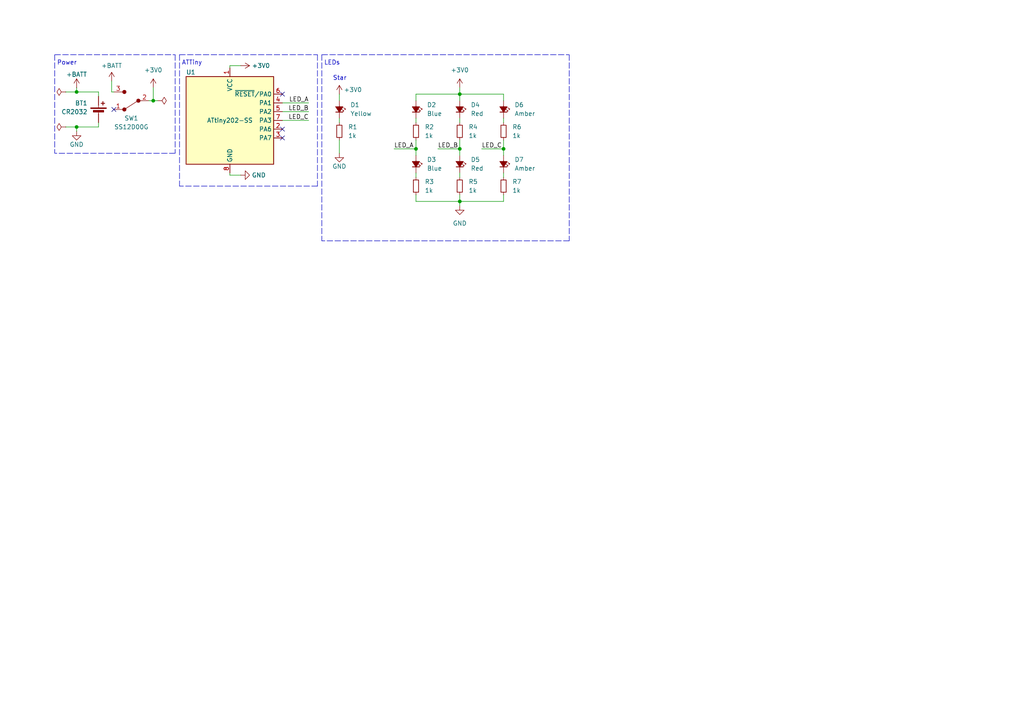
<source format=kicad_sch>
(kicad_sch (version 20231120) (generator "eeschema") (generator_version "8.0")
  (paper "A4")
  (title_block (title "Christmas Tree PCB") (date "2024-12-23") (company "Damien LaRocque") (comment 4 "Christmas Tree PCB Project - AtTiny"))
  (lib_symbols
    (symbol "Device:LED_Small_Filled" (pin_numbers hide) (pin_names (offset 0.254) hide)
      (property "Reference" "D" (at -1.27 3.175 0))
      (property "Value" "LED_Small_Filled" (at -4.445 -2.54 0))
      (symbol "LED_Small_Filled_0_1"
        (polyline (pts (xy -0.762 -1.016) (xy -0.762 1.016)) (stroke (width 0.254)))
        (polyline (pts (xy 1.016 0) (xy -0.762 0)))
        (polyline (pts (xy 0.762 -1.016) (xy -0.762 0) (xy 0.762 1.016) (xy 0.762 -1.016)) (stroke (width 0.254)) (fill (type outline)))
        (polyline (pts (xy 0 0.762) (xy -0.508 1.27) (xy -0.254 1.27) (xy -0.508 1.27) (xy -0.508 1.016)))
        (polyline (pts (xy 0.508 1.27) (xy 0 1.778) (xy 0.254 1.778) (xy 0 1.778) (xy 0 1.524)))
      )
      (symbol "LED_Small_Filled_1_1"
        (pin passive line (at -2.54 0 0) (length 1.778) (name "K") (number "1"))
        (pin passive line (at 2.54 0 180) (length 1.778) (name "A") (number "2"))
      )
    )
    (symbol "Device:R_Small" (pin_numbers hide) (pin_names (offset 0.254) hide)
      (property "Reference" "R" (at 0.762 0.508 0))
      (property "Value" "R_Small" (at 0.762 -1.016 0))
      (symbol "R_Small_0_1"
        (rectangle (start -0.762 1.778) (end 0.762 -1.778) (stroke (width 0.2032)))
      )
      (symbol "R_Small_1_1"
        (pin passive line (at 0 2.54 270) (length 0.762) (name "~") (number "1"))
        (pin passive line (at 0 -2.54 90) (length 0.762) (name "~") (number "2"))
      )
    )
    (symbol "MCU_Microchip_ATtiny:ATtiny202-SS"
      (property "Reference" "U" (at -12.7 13.97 0))
      (property "Value" "ATtiny202-SS" (at 2.54 -13.97 0))
      (symbol "ATtiny202-SS_0_1"
        (rectangle (start -12.7 -12.7) (end 12.7 12.7) (stroke (width 0.254)) (fill (type background)))
      )
      (symbol "ATtiny202-SS_1_1"
        (pin power_in line (at 0 15.24 270) (length 2.54) (name "VCC") (number "1"))
        (pin bidirectional line (at 15.24 -2.54 180) (length 2.54) (name "PA6") (number "2"))
        (pin bidirectional line (at 15.24 -5.08 180) (length 2.54) (name "PA7") (number "3"))
        (pin bidirectional line (at 15.24 5.08 180) (length 2.54) (name "PA1") (number "4"))
        (pin bidirectional line (at 15.24 2.54 180) (length 2.54) (name "PA2") (number "5"))
        (pin bidirectional line (at 15.24 7.62 180) (length 2.54) (name "~{RESET}/PA0") (number "6"))
        (pin bidirectional line (at 15.24 0 180) (length 2.54) (name "PA3") (number "7"))
        (pin power_in line (at 0 -15.24 90) (length 2.54) (name "GND") (number "8"))
      )
    )
    (symbol "christmas-tree:BK-912" (pin_numbers hide) (pin_names (offset 1.016) hide)
      (property "Reference" "BT" (at -2.54 3.81 0))
      (property "Value" "BK-912" (at 1.27 -2.54 0))
      (symbol "BK-912_0_0"
        (pin passive line (at 0 3.81 270) (length 2.54) (name "~") (number "+"))
        (pin passive line (at 0 -3.81 90) (length 2.54) (name "~") (number "-"))
      )
      (symbol "BK-912_0_1"
        (rectangle (start -2.286 0.508) (end 2.286 0.254) (fill (type outline)))
        (rectangle (start -1.524 -0.254) (end 1.524 -0.762) (fill (type outline)))
        (polyline (pts (xy 0 -0.508) (xy 0 -1.27)))
        (polyline (pts (xy 0 0.508) (xy 0 1.27)))
        (polyline (pts (xy 0.762 1.778) (xy 1.778 1.778)) (stroke (width 0.254)))
        (polyline (pts (xy 1.27 2.286) (xy 1.27 1.27)) (stroke (width 0.254)))
      )
    )
    (symbol "christmas-tree:SS12D00G" (pin_names (offset 0) hide)
      (property "Reference" "SW" (at 0 4.318 0))
      (property "Value" "SS12D00G" (at 0 -5.08 0))
      (symbol "SS12D00G_0_0"
        (circle (center -2.032 0) (radius 0.508) (fill (type outline)))
        (circle (center 2.032 -2.54) (radius 0.508) (fill (type outline)))
      )
      (symbol "SS12D00G_0_1"
        (polyline (pts (xy -1.524 0.254) (xy 1.651 2.286)))
        (circle (center 2.032 2.54) (radius 0.508) (fill (type outline)))
      )
      (symbol "SS12D00G_1_1"
        (pin passive line (at 5.08 2.54 180) (length 2.54) (name "A") (number "1"))
        (pin passive line (at -5.08 0 0) (length 2.54) (name "B") (number "2"))
        (pin passive line (at 5.08 -2.54 180) (length 2.54) (name "C") (number "3"))
      )
    )
    (symbol "power:+3V0" (power) (pin_numbers hide) (pin_names (offset 0) hide)
      (property "Value" "+3V0" (at 0 3.556 0))
      (symbol "+3V0_0_1"
        (polyline (pts (xy -0.762 1.27) (xy 0 2.54)))
        (polyline (pts (xy 0 0) (xy 0 2.54)))
        (polyline (pts (xy 0 2.54) (xy 0.762 1.27)))
      )
      (symbol "+3V0_1_1"
        (pin power_in line (at 0 0 90) (length 0) (name "~") (number "1"))
      )
    )
    (symbol "power:+BATT" (power) (pin_numbers hide) (pin_names (offset 0) hide)
      (property "Value" "+BATT" (at 0 3.556 0))
      (symbol "+BATT_0_1"
        (polyline (pts (xy -0.762 1.27) (xy 0 2.54)))
        (polyline (pts (xy 0 0) (xy 0 2.54)))
        (polyline (pts (xy 0 2.54) (xy 0.762 1.27)))
      )
      (symbol "+BATT_1_1"
        (pin power_in line (at 0 0 90) (length 0) (name "~") (number "1"))
      )
    )
    (symbol "power:GND" (power) (pin_numbers hide) (pin_names (offset 0) hide)
      (property "Value" "GND" (at 0 -3.81 0))
      (symbol "GND_0_1"
        (polyline (pts (xy 0 0) (xy 0 -1.27) (xy 1.27 -1.27) (xy 0 -2.54) (xy -1.27 -1.27) (xy 0 -1.27)))
      )
      (symbol "GND_1_1"
        (pin power_in line (at 0 0 270) (length 0) (name "~") (number "1"))
      )
    )
    (symbol "power:PWR_FLAG" (power) (pin_numbers hide) (pin_names (offset 0) hide)
      (property "Value" "PWR_FLAG" (at 0 3.81 0))
      (symbol "PWR_FLAG_0_0"
        (pin power_out line (at 0 0 90) (length 0) (name "~") (number "1"))
      )
      (symbol "PWR_FLAG_0_1"
        (polyline (pts (xy 0 0) (xy 0 1.27) (xy -1.016 1.905) (xy 0 2.54) (xy 1.016 1.905) (xy 0 1.27)))
      )
    )
  )
  (junction (at 22.225 36.83))
  (junction (at 146.05 43.18))
  (junction (at 133.35 27.305))
  (junction (at 133.35 58.42))
  (junction (at 22.225 26.67))
  (junction (at 133.35 43.18))
  (junction (at 44.45 29.21))
  (junction (at 120.65 43.18))
  (no_connect (at 81.915 40.005))
  (no_connect (at 33.02 31.75))
  (no_connect (at 81.915 27.305))
  (no_connect (at 81.915 37.465))
  (polyline (pts (xy 92.075 53.975) (xy 52.07 53.975)) (stroke (width 0) (type dash)))
  (wire (pts (xy 133.35 58.42) (xy 133.35 59.69)))
  (polyline (pts (xy 50.8 44.45) (xy 15.875 44.45)) (stroke (width 0) (type dash)))
  (wire (pts (xy 28.575 36.83) (xy 22.225 36.83)))
  (wire (pts (xy 28.575 35.56) (xy 28.575 36.83)))
  (wire (pts (xy 146.05 40.64) (xy 146.05 43.18)))
  (wire (pts (xy 44.45 25.4) (xy 44.45 29.21)))
  (wire (pts (xy 28.575 26.67) (xy 22.225 26.67)))
  (polyline (pts (xy 52.07 15.875) (xy 52.07 53.975)) (stroke (width 0) (type dash)))
  (wire (pts (xy 44.45 29.21) (xy 45.72 29.21)))
  (wire (pts (xy 139.7 43.18) (xy 146.05 43.18)))
  (wire (pts (xy 146.05 50.165) (xy 146.05 51.435)))
  (wire (pts (xy 22.225 26.67) (xy 22.225 25.4)))
  (wire (pts (xy 133.35 34.29) (xy 133.35 35.56)))
  (wire (pts (xy 81.915 29.845) (xy 89.535 29.845)))
  (wire (pts (xy 120.65 29.21) (xy 120.65 27.305)))
  (wire (pts (xy 32.385 23.495) (xy 32.385 26.67)))
  (wire (pts (xy 146.05 34.29) (xy 146.05 35.56)))
  (wire (pts (xy 44.45 29.21) (xy 43.18 29.21)))
  (polyline (pts (xy 165.1 69.85) (xy 93.345 69.85)) (stroke (width 0) (type dash)))
  (wire (pts (xy 28.575 26.67) (xy 28.575 27.94)))
  (wire (pts (xy 69.85 19.05) (xy 66.675 19.05)))
  (wire (pts (xy 98.425 27.305) (xy 98.425 29.21)))
  (wire (pts (xy 146.05 56.515) (xy 146.05 58.42)))
  (wire (pts (xy 81.915 34.925) (xy 89.535 34.925)))
  (wire (pts (xy 120.65 58.42) (xy 133.35 58.42)))
  (wire (pts (xy 19.05 26.67) (xy 22.225 26.67)))
  (wire (pts (xy 81.915 32.385) (xy 89.535 32.385)))
  (wire (pts (xy 133.35 50.165) (xy 133.35 51.435)))
  (polyline (pts (xy 165.1 15.875) (xy 165.1 69.85)) (stroke (width 0) (type dash)))
  (wire (pts (xy 146.05 58.42) (xy 133.35 58.42)))
  (polyline (pts (xy 92.075 15.875) (xy 92.075 53.975)) (stroke (width 0) (type dash)))
  (wire (pts (xy 98.425 40.64) (xy 98.425 44.45)))
  (polyline (pts (xy 50.8 15.875) (xy 50.8 44.45)) (stroke (width 0) (type dash)))
  (wire (pts (xy 120.65 50.165) (xy 120.65 51.435)))
  (wire (pts (xy 22.225 36.83) (xy 22.225 38.1)))
  (wire (pts (xy 114.3 43.18) (xy 120.65 43.18)))
  (wire (pts (xy 66.675 19.05) (xy 66.675 19.685)))
  (wire (pts (xy 133.35 56.515) (xy 133.35 58.42)))
  (wire (pts (xy 133.35 27.305) (xy 133.35 29.21)))
  (polyline (pts (xy 15.875 15.875) (xy 15.875 44.45)) (stroke (width 0) (type dash)))
  (wire (pts (xy 32.385 26.67) (xy 33.02 26.67)))
  (polyline (pts (xy 93.345 15.875) (xy 165.1 15.875)) (stroke (width 0) (type dash)))
  (wire (pts (xy 66.675 50.8) (xy 66.675 50.165)))
  (polyline (pts (xy 15.875 15.875) (xy 50.8 15.875)) (stroke (width 0) (type dash)))
  (polyline (pts (xy 93.345 15.875) (xy 93.345 69.85)) (stroke (width 0) (type dash)))
  (wire (pts (xy 133.35 27.305) (xy 146.05 27.305)))
  (wire (pts (xy 120.65 34.29) (xy 120.65 35.56)))
  (wire (pts (xy 127 43.18) (xy 133.35 43.18)))
  (wire (pts (xy 120.65 27.305) (xy 133.35 27.305)))
  (wire (pts (xy 98.425 34.29) (xy 98.425 35.56)))
  (wire (pts (xy 146.05 27.305) (xy 146.05 29.21)))
  (polyline (pts (xy 52.07 15.875) (xy 92.075 15.875)) (stroke (width 0) (type dash)))
  (wire (pts (xy 120.65 40.64) (xy 120.65 43.18)))
  (wire (pts (xy 19.05 36.83) (xy 22.225 36.83)))
  (wire (pts (xy 133.35 25.4) (xy 133.35 27.305)))
  (wire (pts (xy 133.35 43.18) (xy 133.35 45.085)))
  (wire (pts (xy 120.65 43.18) (xy 120.65 45.085)))
  (wire (pts (xy 146.05 43.18) (xy 146.05 45.085)))
  (wire (pts (xy 69.85 50.8) (xy 66.675 50.8)))
  (wire (pts (xy 133.35 40.64) (xy 133.35 43.18)))
  (wire (pts (xy 120.65 56.515) (xy 120.65 58.42)))
  (text "ATTiny" (at 52.705 19.05 0) (effects (font (size 1.27 1.27)) (justify left bottom)))
  (text "Power" (at 16.51 19.05 0) (effects (font (size 1.27 1.27)) (justify left bottom)))
  (text "LEDs" (at 93.98 19.05 0) (effects (font (size 1.27 1.27)) (justify left bottom)))
  (text "Star" (at 96.52 23.495 0) (effects (font (size 1.27 1.27)) (justify left bottom)))
  (label "LED_C" (at 89.535 34.925 180))
  (label "LED_C" (at 139.7 43.18 0))
  (label "LED_A" (at 89.535 29.845 180))
  (label "LED_B" (at 127 43.18 0))
  (label "LED_A" (at 114.3 43.18 0))
  (label "LED_B" (at 89.535 32.385 180))
  (symbol (lib_id "power:PWR_FLAG") (at 19.05 36.83 90) (unit 1)
    (property "Reference" "#FLG02" (effects (hide yes)))
    (property "Value" "PWR_FLAG" (effects (hide yes)))
    (property "Description" "Special symbol for telling ERC where power comes from" (effects (hide yes)))
  )
  (symbol (lib_id "power:GND") (at 98.425 44.45 0) (unit 1)
    (property "Reference" "#PWR08" (effects (hide yes)))
    (property "Value" "GND" (at 98.425 48.26 0))
    (property "Description" "Power symbol creates a global label with name \"GND\" , ground" (effects (hide yes)))
  )
  (symbol (lib_id "christmas-tree:BK-912") (at 28.575 31.75 0) (unit 1)
    (property "Reference" "BT1" (at 25.4 29.9084 0) (effects (justify right)))
    (property "Value" "CR2032" (at 25.4 32.4484 0) (effects (justify right)))
    (property "Footprint" "christmas-tree:BAT_BK-912" (effects (hide yes)))
    (property "Datasheet" "https://www.memoryprotectiondevices.com/datasheets/BK-912-datasheet.pdf" (effects (hide yes)))
    (property "Description" "Coin Cell Battery Retainer, 20.0 mm" (effects (hide yes)))
    (property "Manufacturer" "MPD (Memory Protection Devices)" (effects (hide yes)))
    (property "Manufacturer Ref" "BK-912" (effects (hide yes)))
    (property "Vendor" "DigiKey" (effects (hide yes)))
    (property "Vendor Ref" "BK-912-ND" (effects (hide yes)))
    (property "Vendor URL" "https://www.digikey.com/en/products/detail/mpd-memory-protection-devices/BK-912/2647825" (effects (hide yes)))
  )
  (symbol (lib_id "Device:LED_Small_Filled") (at 98.425 31.75 270) (mirror x) (unit 1)
    (property "Reference" "D1" (at 101.6 30.4165 90) (effects (justify left)))
    (property "Value" "Yellow" (at 101.6 32.9565 90) (effects (justify left)))
    (property "Footprint" "LED_SMD:LED_1206_3216Metric_Pad1.42x1.75mm_HandSolder" (effects (hide yes)))
    (property "Datasheet" "https://www.we-online.com/katalog/datasheet/150120YS75000.pdf" (effects (hide yes)))
    (property "Vendor" "DigiKey" (effects (hide yes)))
    (property "Manufacturer" "Würth Elektronik" (effects (hide yes)))
    (property "Manufacturer Ref" "150120YS75000" (effects (hide yes)))
    (property "Vendor Ref" "732-4994-1-ND" (effects (hide yes)))
    (property "Vendor URL" "https://www.digikey.com/en/products/detail/w%C3%BCrth-elektronik/150120YS75000/4489948" (effects (hide yes)))
  )
  (symbol (lib_id "power:PWR_FLAG") (at 19.05 26.67 90) (unit 1)
    (property "Reference" "#FLG01" (effects (hide yes)))
    (property "Value" "PWR_FLAG" (effects (hide yes)))
    (property "Description" "Special symbol for telling ERC where power comes from" (effects (hide yes)))
  )
  (symbol (lib_id "power:GND") (at 133.35 59.69 0) (unit 1)
    (property "Reference" "#PWR010" (effects (hide yes)))
    (property "Value" "GND" (at 133.35 64.77 0))
    (property "Description" "Power symbol creates a global label with name \"GND\" , ground" (effects (hide yes)))
  )
  (symbol (lib_id "Device:R_Small") (at 133.35 53.975 0) (unit 1)
    (property "Reference" "R5" (at 135.89 52.705 0) (effects (justify left)))
    (property "Value" "1k" (at 135.89 55.245 0) (effects (justify left)))
    (property "Footprint" "Resistor_SMD:R_1206_3216Metric_Pad1.30x1.75mm_HandSolder" (effects (hide yes)))
    (property "Datasheet" "https://www.yageo.com/upload/media/product/app/datasheet/rchip/pyu-rc_group_51_rohs_l.pdf" (effects (hide yes)))
    (property "Manufacturer" "YAGEO" (effects (hide yes)))
    (property "Manufacturer Ref" "RC1206FR-071KL" (effects (hide yes)))
    (property "Vendor" "DigiKey" (effects (hide yes)))
    (property "Vendor Ref" "311-1.00KFRCT-ND" (effects (hide yes)))
    (property "Vendor URL" "https://www.digikey.com/en/products/detail/yageo/RC1206FR-071KL/728387" (effects (hide yes)))
  )
  (symbol (lib_id "power:GND") (at 69.85 50.8 90) (unit 1)
    (property "Reference" "#PWR06" (effects (hide yes)))
    (property "Value" "GND" (at 73.025 50.8 90) (effects (justify right)))
    (property "Description" "Power symbol creates a global label with name \"GND\" , ground" (effects (hide yes)))
  )
  (symbol (lib_id "Device:LED_Small_Filled") (at 146.05 31.75 270) (mirror x) (unit 1)
    (property "Reference" "D6" (at 149.225 30.4165 90) (effects (justify left)))
    (property "Value" "Amber" (at 149.225 32.9565 90) (effects (justify left)))
    (property "Footprint" "LED_SMD:LED_1206_3216Metric_Pad1.42x1.75mm_HandSolder" (effects (hide yes)))
    (property "Datasheet" "https://www.we-online.com/katalog/datasheet/150120AS75000.pdf" (effects (hide yes)))
    (property "Vendor" "DigiKey" (effects (hide yes)))
    (property "Manufacturer" "Würth Elektronik" (effects (hide yes)))
    (property "Manufacturer Ref" "150120AS75000" (effects (hide yes)))
    (property "Vendor Ref" "732-4988-1-ND" (effects (hide yes)))
    (property "Vendor URL" "https://www.digikey.com/en/products/detail/w%C3%BCrth-elektronik/150120AS75000/4489930" (effects (hide yes)))
  )
  (symbol (lib_id "power:GND") (at 22.225 38.1 0) (unit 1)
    (property "Reference" "#PWR02" (effects (hide yes)))
    (property "Value" "GND" (at 22.225 41.91 0))
    (property "Description" "Power symbol creates a global label with name \"GND\" , ground" (effects (hide yes)))
  )
  (symbol (lib_id "Device:LED_Small_Filled") (at 133.35 31.75 270) (mirror x) (unit 1)
    (property "Reference" "D4" (at 136.525 30.4165 90) (effects (justify left)))
    (property "Value" "Red" (at 136.525 32.9565 90) (effects (justify left)))
    (property "Footprint" "LED_SMD:LED_1206_3216Metric_Pad1.42x1.75mm_HandSolder" (effects (hide yes)))
    (property "Datasheet" "https://www.we-online.com/katalog/datasheet/150120SS75000.pdf" (effects (hide yes)))
    (property "Vendor" "DigiKey" (effects (hide yes)))
    (property "Manufacturer" "Würth Elektronik" (effects (hide yes)))
    (property "Manufacturer Ref" "150120SS75000" (effects (hide yes)))
    (property "Vendor Ref" "732-4992-1-ND" (effects (hide yes)))
    (property "Vendor URL" "https://www.digikey.com/en/products/detail/w%C3%BCrth-elektronik/150120SS75000/4489942" (effects (hide yes)))
  )
  (symbol (lib_id "Device:LED_Small_Filled") (at 120.65 31.75 270) (mirror x) (unit 1)
    (property "Reference" "D2" (at 123.825 30.4165 90) (effects (justify left)))
    (property "Value" "Blue" (at 123.825 32.9565 90) (effects (justify left)))
    (property "Footprint" "LED_SMD:LED_1206_3216Metric_Pad1.42x1.75mm_HandSolder" (effects (hide yes)))
    (property "Datasheet" "https://www.we-online.com/katalog/datasheet/150120BS75000.pdf" (effects (hide yes)))
    (property "Vendor" "DigiKey" (effects (hide yes)))
    (property "Manufacturer" "Würth Elektronik" (effects (hide yes)))
    (property "Manufacturer Ref" "150120BS75000" (effects (hide yes)))
    (property "Vendor Ref" "732-4989-1-ND" (effects (hide yes)))
    (property "Vendor URL" "https://www.digikey.com/en/products/detail/w%C3%BCrth-elektronik/150120BS75000/4489933" (effects (hide yes)))
  )
  (symbol (lib_id "Device:R_Small") (at 98.425 38.1 0) (unit 1)
    (property "Reference" "R1" (at 100.965 36.83 0) (effects (justify left)))
    (property "Value" "1k" (at 100.965 39.37 0) (effects (justify left)))
    (property "Footprint" "Resistor_SMD:R_1206_3216Metric_Pad1.30x1.75mm_HandSolder" (effects (hide yes)))
    (property "Datasheet" "https://www.yageo.com/upload/media/product/app/datasheet/rchip/pyu-rc_group_51_rohs_l.pdf" (effects (hide yes)))
    (property "Manufacturer" "YAGEO" (effects (hide yes)))
    (property "Manufacturer Ref" "RC1206FR-071KL" (effects (hide yes)))
    (property "Vendor" "DigiKey" (effects (hide yes)))
    (property "Vendor Ref" "311-1.00KFRCT-ND" (effects (hide yes)))
    (property "Vendor URL" "https://www.digikey.com/en/products/detail/yageo/RC1206FR-071KL/728387" (effects (hide yes)))
  )
  (symbol (lib_id "Device:LED_Small_Filled") (at 146.05 47.625 270) (mirror x) (unit 1)
    (property "Reference" "D7" (at 149.225 46.2915 90) (effects (justify left)))
    (property "Value" "Amber" (at 149.225 48.8315 90) (effects (justify left)))
    (property "Footprint" "LED_SMD:LED_1206_3216Metric_Pad1.42x1.75mm_HandSolder" (effects (hide yes)))
    (property "Datasheet" "https://www.we-online.com/katalog/datasheet/150120AS75000.pdf" (effects (hide yes)))
    (property "Vendor" "DigiKey" (effects (hide yes)))
    (property "Manufacturer" "Würth Elektronik" (effects (hide yes)))
    (property "Manufacturer Ref" "150120AS75000" (effects (hide yes)))
    (property "Vendor Ref" "732-4988-1-ND" (effects (hide yes)))
    (property "Vendor URL" "https://www.digikey.com/en/products/detail/w%C3%BCrth-elektronik/150120AS75000/4489930" (effects (hide yes)))
  )
  (symbol (lib_id "Device:R_Small") (at 146.05 38.1 0) (unit 1)
    (property "Reference" "R6" (at 148.59 36.83 0) (effects (justify left)))
    (property "Value" "1k" (at 148.59 39.37 0) (effects (justify left)))
    (property "Footprint" "Resistor_SMD:R_1206_3216Metric_Pad1.30x1.75mm_HandSolder" (effects (hide yes)))
    (property "Datasheet" "https://www.yageo.com/upload/media/product/app/datasheet/rchip/pyu-rc_group_51_rohs_l.pdf" (effects (hide yes)))
    (property "Manufacturer" "YAGEO" (effects (hide yes)))
    (property "Manufacturer Ref" "RC1206FR-071KL" (effects (hide yes)))
    (property "Vendor" "DigiKey" (effects (hide yes)))
    (property "Vendor Ref" "311-1.00KFRCT-ND" (effects (hide yes)))
    (property "Vendor URL" "https://www.digikey.com/en/products/detail/yageo/RC1206FR-071KL/728387" (effects (hide yes)))
  )
  (symbol (lib_id "Device:R_Small") (at 133.35 38.1 0) (unit 1)
    (property "Reference" "R4" (at 135.89 36.83 0) (effects (justify left)))
    (property "Value" "1k" (at 135.89 39.37 0) (effects (justify left)))
    (property "Footprint" "Resistor_SMD:R_1206_3216Metric_Pad1.30x1.75mm_HandSolder" (effects (hide yes)))
    (property "Datasheet" "https://www.yageo.com/upload/media/product/app/datasheet/rchip/pyu-rc_group_51_rohs_l.pdf" (effects (hide yes)))
    (property "Manufacturer" "YAGEO" (effects (hide yes)))
    (property "Manufacturer Ref" "RC1206FR-071KL" (effects (hide yes)))
    (property "Vendor" "DigiKey" (effects (hide yes)))
    (property "Vendor Ref" "311-1.00KFRCT-ND" (effects (hide yes)))
    (property "Vendor URL" "https://www.digikey.com/en/products/detail/yageo/RC1206FR-071KL/728387" (effects (hide yes)))
  )
  (symbol (lib_id "Device:R_Small") (at 146.05 53.975 0) (unit 1)
    (property "Reference" "R7" (at 148.59 52.705 0) (effects (justify left)))
    (property "Value" "1k" (at 148.59 55.245 0) (effects (justify left)))
    (property "Footprint" "Resistor_SMD:R_1206_3216Metric_Pad1.30x1.75mm_HandSolder" (effects (hide yes)))
    (property "Datasheet" "https://www.yageo.com/upload/media/product/app/datasheet/rchip/pyu-rc_group_51_rohs_l.pdf" (effects (hide yes)))
    (property "Manufacturer" "YAGEO" (effects (hide yes)))
    (property "Manufacturer Ref" "RC1206FR-071KL" (effects (hide yes)))
    (property "Vendor" "DigiKey" (effects (hide yes)))
    (property "Vendor Ref" "311-1.00KFRCT-ND" (effects (hide yes)))
    (property "Vendor URL" "https://www.digikey.com/en/products/detail/yageo/RC1206FR-071KL/728387" (effects (hide yes)))
  )
  (symbol (lib_id "power:+BATT") (at 32.385 23.495 0) (unit 1)
    (property "Reference" "#PWR03" (effects (hide yes)))
    (property "Value" "+BATT" (at 32.385 19.05 0))
    (property "Description" "Power symbol creates a global label with name \"+BATT\"" (effects (hide yes)))
  )
  (symbol (lib_id "Device:LED_Small_Filled") (at 133.35 47.625 270) (mirror x) (unit 1)
    (property "Reference" "D5" (at 136.525 46.2915 90) (effects (justify left)))
    (property "Value" "Red" (at 136.525 48.8315 90) (effects (justify left)))
    (property "Footprint" "LED_SMD:LED_1206_3216Metric_Pad1.42x1.75mm_HandSolder" (effects (hide yes)))
    (property "Datasheet" "https://www.we-online.com/katalog/datasheet/150120SS75000.pdf" (effects (hide yes)))
    (property "Vendor" "DigiKey" (effects (hide yes)))
    (property "Manufacturer" "Würth Elektronik" (effects (hide yes)))
    (property "Manufacturer Ref" "150120SS75000" (effects (hide yes)))
    (property "Vendor Ref" "732-4992-1-ND" (effects (hide yes)))
    (property "Vendor URL" "https://www.digikey.com/en/products/detail/w%C3%BCrth-elektronik/150120SS75000/4489942" (effects (hide yes)))
  )
  (symbol (lib_id "Device:R_Small") (at 120.65 53.975 0) (unit 1)
    (property "Reference" "R3" (at 123.19 52.705 0) (effects (justify left)))
    (property "Value" "1k" (at 123.19 55.245 0) (effects (justify left)))
    (property "Footprint" "Resistor_SMD:R_1206_3216Metric_Pad1.30x1.75mm_HandSolder" (effects (hide yes)))
    (property "Datasheet" "https://www.yageo.com/upload/media/product/app/datasheet/rchip/pyu-rc_group_51_rohs_l.pdf" (effects (hide yes)))
    (property "Manufacturer" "YAGEO" (effects (hide yes)))
    (property "Manufacturer Ref" "RC1206FR-071KL" (effects (hide yes)))
    (property "Vendor" "DigiKey" (effects (hide yes)))
    (property "Vendor Ref" "311-1.00KFRCT-ND" (effects (hide yes)))
    (property "Vendor URL" "https://www.digikey.com/en/products/detail/yageo/RC1206FR-071KL/728387" (effects (hide yes)))
  )
  (symbol (lib_id "power:+3V0") (at 69.85 19.05 270) (unit 1)
    (property "Reference" "#PWR05" (effects (hide yes)))
    (property "Value" "+3V0" (at 73.025 19.05 90) (effects (justify left)))
    (property "Description" "Power symbol creates a global label with name \"+3V0\"" (effects (hide yes)))
  )
  (symbol (lib_id "power:+BATT") (at 22.225 25.4 0) (unit 1)
    (property "Reference" "#PWR01" (effects (hide yes)))
    (property "Value" "+BATT" (at 22.225 21.59 0))
    (property "Description" "Power symbol creates a global label with name \"+BATT\"" (effects (hide yes)))
  )
  (symbol (lib_id "Device:R_Small") (at 120.65 38.1 0) (unit 1)
    (property "Reference" "R2" (at 123.19 36.83 0) (effects (justify left)))
    (property "Value" "1k" (at 123.19 39.37 0) (effects (justify left)))
    (property "Footprint" "Resistor_SMD:R_1206_3216Metric_Pad1.30x1.75mm_HandSolder" (effects (hide yes)))
    (property "Datasheet" "https://www.yageo.com/upload/media/product/app/datasheet/rchip/pyu-rc_group_51_rohs_l.pdf" (effects (hide yes)))
    (property "Manufacturer" "YAGEO" (effects (hide yes)))
    (property "Manufacturer Ref" "RC1206FR-071KL" (effects (hide yes)))
    (property "Vendor" "DigiKey" (effects (hide yes)))
    (property "Vendor Ref" "311-1.00KFRCT-ND" (effects (hide yes)))
    (property "Vendor URL" "https://www.digikey.com/en/products/detail/yageo/RC1206FR-071KL/728387" (effects (hide yes)))
  )
  (symbol (lib_id "power:PWR_FLAG") (at 45.72 29.21 270) (unit 1)
    (property "Reference" "#FLG03" (effects (hide yes)))
    (property "Value" "PWR_FLAG" (effects (hide yes)))
    (property "Description" "Special symbol for telling ERC where power comes from" (effects (hide yes)))
  )
  (symbol (lib_id "Device:LED_Small_Filled") (at 120.65 47.625 270) (mirror x) (unit 1)
    (property "Reference" "D3" (at 123.825 46.2915 90) (effects (justify left)))
    (property "Value" "Blue" (at 123.825 48.8315 90) (effects (justify left)))
    (property "Footprint" "LED_SMD:LED_1206_3216Metric_Pad1.42x1.75mm_HandSolder" (effects (hide yes)))
    (property "Datasheet" "https://www.we-online.com/katalog/datasheet/150120BS75000.pdf" (effects (hide yes)))
    (property "Vendor" "DigiKey" (effects (hide yes)))
    (property "Manufacturer" "Würth Elektronik" (effects (hide yes)))
    (property "Manufacturer Ref" "150120BS75000" (effects (hide yes)))
    (property "Vendor Ref" "732-4989-1-ND" (effects (hide yes)))
    (property "Vendor URL" "https://www.digikey.com/en/products/detail/w%C3%BCrth-elektronik/150120BS75000/4489933" (effects (hide yes)))
  )
  (symbol (lib_id "power:+3V0") (at 44.45 25.4 0) (unit 1)
    (property "Reference" "#PWR04" (effects (hide yes)))
    (property "Value" "+3V0" (at 44.45 20.32 0))
    (property "Description" "Power symbol creates a global label with name \"+3V0\"" (effects (hide yes)))
  )
  (symbol (lib_id "MCU_Microchip_ATtiny:ATtiny202-SS") (at 66.675 34.925 0) (unit 1)
    (property "Reference" "U1" (at 53.975 20.955 0) (effects (justify left)))
    (property "Value" "ATtiny202-SS" (at 66.675 34.925 0))
    (property "Footprint" "Package_SO:SOIC-8_3.9x4.9mm_P1.27mm" (effects (hide yes)))
    (property "Datasheet" "http://ww1.microchip.com/downloads/en/DeviceDoc/ATtiny202-402-AVR-MCU-with-Core-Independent-Peripherals_and-picoPower-40001969A.pdf" (effects (hide yes)))
    (property "Description" "AVR tinyAVR™ 0, Functional Safety (FuSa) Microcontroller IC 8-Bit 16MHz 2KB (2K x 8) FLASH 8-SOIC" (effects (hide yes)))
    (property "Manufacturer" "Microchip Technology" (effects (hide yes)))
    (property "Manufacturer Ref" "ATTINY202-SSFR" (effects (hide yes)))
    (property "Vendor" "DigiKey" (effects (hide yes)))
    (property "Vendor Ref" "ATTINY202-SSFRCT-ND" (effects (hide yes)))
    (property "Vendor URL" "https://www.digikey.com/en/products/detail/microchip-technology/ATTINY202-SSFR/9554943" (effects (hide yes)))
  )
  (symbol (lib_id "christmas-tree:SS12D00G") (at 38.1 29.21 180) (unit 1)
    (property "Reference" "SW1" (at 38.1 34.29 0))
    (property "Value" "SS12D00G" (at 38.1 36.83 0))
    (property "Footprint" "christmas-tree:SS-12D00-TH" (effects (hide yes)))
    (property "Datasheet" "http://www.vimex.com/switches/techdocs/SS12D00-tech.pdf" (effects (hide yes)))
    (property "Description" "SWITCH SLIDE SPDT 100MA 120V / 500MA 50V" (effects (hide yes)))
    (property "Manufacturer" "N/A" (effects (hide yes)))
    (property "Manufacturer Ref" "SS12D00G" (effects (hide yes)))
    (property "Vendor" "AliExpress" (effects (hide yes)))
    (property "Vendor Ref" "SS12D00" (effects (hide yes)))
    (property "Vendor URL" "https://fr.aliexpress.com/item/4001207529493.html" (effects (hide yes)))
  )
  (symbol (lib_id "power:+3V0") (at 133.35 25.4 0) (unit 1)
    (property "Reference" "#PWR09" (effects (hide yes)))
    (property "Value" "+3V0" (at 133.35 20.32 0))
    (property "Description" "Power symbol creates a global label with name \"+3V0\"" (effects (hide yes)))
  )
  (symbol (lib_id "power:+3V0") (at 98.425 27.305 0) (unit 1)
    (property "Reference" "#PWR07" (effects (hide yes)))
    (property "Value" "+3V0" (at 99.695 26.035 0) (effects (justify left)))
    (property "Description" "Power symbol creates a global label with name \"+3V0\"" (effects (hide yes)))
  )
)
</source>
